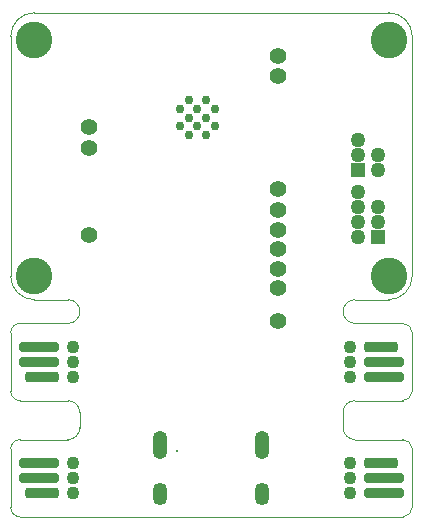
<source format=gbs>
G04*
G04 #@! TF.GenerationSoftware,Altium Limited,Altium Designer,21.6.1 (37)*
G04*
G04 Layer_Color=16711935*
%FSAX25Y25*%
%MOIN*%
G70*
G04*
G04 #@! TF.SameCoordinates,2A6196F6-AC41-4C62-9EE7-3AB2130DBF51*
G04*
G04*
G04 #@! TF.FilePolarity,Negative*
G04*
G01*
G75*
%ADD12C,0.00394*%
%ADD68C,0.12205*%
%ADD70C,0.00591*%
%ADD71C,0.04961*%
%ADD72R,0.04961X0.04961*%
G04:AMPARAMS|DCode=73|XSize=49.21mil|YSize=72.84mil|CornerRadius=22.44mil|HoleSize=0mil|Usage=FLASHONLY|Rotation=0.000|XOffset=0mil|YOffset=0mil|HoleType=Round|Shape=RoundedRectangle|*
%AMROUNDEDRECTD73*
21,1,0.04921,0.02795,0,0,0.0*
21,1,0.00433,0.07284,0,0,0.0*
1,1,0.04488,0.00217,-0.01398*
1,1,0.04488,-0.00217,-0.01398*
1,1,0.04488,-0.00217,0.01398*
1,1,0.04488,0.00217,0.01398*
%
%ADD73ROUNDEDRECTD73*%
G04:AMPARAMS|DCode=74|XSize=49.21mil|YSize=92.52mil|CornerRadius=22.44mil|HoleSize=0mil|Usage=FLASHONLY|Rotation=0.000|XOffset=0mil|YOffset=0mil|HoleType=Round|Shape=RoundedRectangle|*
%AMROUNDEDRECTD74*
21,1,0.04921,0.04764,0,0,0.0*
21,1,0.00433,0.09252,0,0,0.0*
1,1,0.04488,0.00217,-0.02382*
1,1,0.04488,-0.00217,-0.02382*
1,1,0.04488,-0.00217,0.02382*
1,1,0.04488,0.00217,0.02382*
%
%ADD74ROUNDEDRECTD74*%
G04:AMPARAMS|DCode=75|XSize=5.91mil|YSize=5.91mil|CornerRadius=0mil|HoleSize=0mil|Usage=FLASHONLY|Rotation=0.000|XOffset=0mil|YOffset=0mil|HoleType=Round|Shape=RoundedRectangle|*
%AMROUNDEDRECTD75*
21,1,0.00591,0.00591,0,0,0.0*
21,1,0.00591,0.00591,0,0,0.0*
1,1,0.00000,0.00295,-0.00295*
1,1,0.00000,-0.00295,-0.00295*
1,1,0.00000,-0.00295,0.00295*
1,1,0.00000,0.00295,0.00295*
%
%ADD75ROUNDEDRECTD75*%
%ADD76C,0.02953*%
G04:AMPARAMS|DCode=95|XSize=35.43mil|YSize=135.83mil|CornerRadius=13.82mil|HoleSize=0mil|Usage=FLASHONLY|Rotation=270.000|XOffset=0mil|YOffset=0mil|HoleType=Round|Shape=RoundedRectangle|*
%AMROUNDEDRECTD95*
21,1,0.03543,0.10819,0,0,270.0*
21,1,0.00780,0.13583,0,0,270.0*
1,1,0.02764,-0.05409,-0.00390*
1,1,0.02764,-0.05409,0.00390*
1,1,0.02764,0.05409,0.00390*
1,1,0.02764,0.05409,-0.00390*
%
%ADD95ROUNDEDRECTD95*%
G04:AMPARAMS|DCode=96|XSize=35.43mil|YSize=116.14mil|CornerRadius=13.82mil|HoleSize=0mil|Usage=FLASHONLY|Rotation=270.000|XOffset=0mil|YOffset=0mil|HoleType=Round|Shape=RoundedRectangle|*
%AMROUNDEDRECTD96*
21,1,0.03543,0.08850,0,0,270.0*
21,1,0.00780,0.11614,0,0,270.0*
1,1,0.02764,-0.04425,-0.00390*
1,1,0.02764,-0.04425,0.00390*
1,1,0.02764,0.04425,0.00390*
1,1,0.02764,0.04425,-0.00390*
%
%ADD96ROUNDEDRECTD96*%
%ADD98C,0.04331*%
%ADD99C,0.05591*%
D12*
X-0066927Y0003150D02*
G03*
X-0063774Y0000000I0003145J-0000004D01*
G01*
Y0025748D02*
G03*
X-0066927Y0022598I-0000008J-0003145D01*
G01*
X-0047829Y0025748D02*
G03*
X-0043892Y0029689I-0000001J0003938D01*
G01*
Y0034803D02*
G03*
X-0047829Y0038740I-0003938J-0000001D01*
G01*
X-0066927Y0041890D02*
G03*
X-0063774Y0038740I0003145J-0000004D01*
G01*
Y0064488D02*
G03*
X-0066927Y0061339I-0000008J-0003145D01*
G01*
X-0047829Y0064488D02*
G03*
X-0047829Y0072366I-0000006J0003939D01*
G01*
X-0066919Y0080240D02*
G03*
X-0059045Y0072366I0007870J-0000004D01*
G01*
X-0059049Y0168038D02*
G03*
X-0066923Y0160164I0000003J-0007877D01*
G01*
X0059053Y0072366D02*
G03*
X0066927Y0080240I-0000010J0007884D01*
G01*
X0047837Y0072366D02*
G03*
X0047829Y0064488I-0000006J-0003939D01*
G01*
X0066927Y0061339D02*
G03*
X0063774Y0064488I-0003152J-0000002D01*
G01*
Y0038740D02*
G03*
X0066927Y0041890I0000001J0003152D01*
G01*
X0047829Y0038740D02*
G03*
X0043892Y0034803I0000001J-0003938D01*
G01*
Y0029689D02*
G03*
X0047829Y0025748I0003938J-0000002D01*
G01*
X0066927Y0022598D02*
G03*
X0063774Y0025748I-0003152J-0000002D01*
G01*
Y0000000D02*
G03*
X0066927Y0003150I0000001J0003152D01*
G01*
Y0160164D02*
G03*
X0059053Y0168038I-0007877J-0000003D01*
G01*
X-0063774Y0000000D02*
X0063774D01*
X-0066927Y0003150D02*
Y0022598D01*
X-0063774Y0025748D02*
X-0047829D01*
X-0043892Y0029689D02*
Y0034803D01*
X-0063774Y0038740D02*
X-0047829D01*
X-0066927Y0041890D02*
Y0061339D01*
X-0063774Y0064488D02*
X-0047829D01*
X-0059045Y0072366D02*
X-0047829D01*
X-0066920Y0086817D02*
X-0066919Y0080240D01*
X-0066920Y0086817D02*
X-0066920D01*
X-0066923Y0160161D02*
X-0066920Y0086817D01*
X-0059049Y0168035D02*
X0059053D01*
X0047837Y0072366D02*
X0059053D01*
X0047829Y0064488D02*
X0063774D01*
X0066927Y0041890D02*
Y0061339D01*
X0047829Y0038740D02*
X0063774D01*
X0043892Y0029689D02*
Y0034803D01*
X0047829Y0025748D02*
X0063774D01*
X0066927Y0003150D02*
Y0022598D01*
Y0080240D02*
Y0160161D01*
D68*
X-0059055Y0159004D02*
D03*
X0059055Y0080264D02*
D03*
Y0159004D02*
D03*
X-0059055Y0080264D02*
D03*
D70*
X0054331Y0022776D02*
D03*
Y0002933D02*
D03*
X-0054331Y0041717D02*
D03*
Y0061559D02*
D03*
X0054331D02*
D03*
Y0041717D02*
D03*
X-0054331Y0002933D02*
D03*
Y0022776D02*
D03*
X0011378Y0021870D02*
D03*
D71*
X0048913Y0108209D02*
D03*
Y0103209D02*
D03*
X0048912Y0093209D02*
D03*
X0055512Y0103209D02*
D03*
Y0098209D02*
D03*
X0048912D02*
D03*
X0055610Y0120748D02*
D03*
X0049010D02*
D03*
Y0125748D02*
D03*
X0055610Y0115748D02*
D03*
D72*
X0055512Y0093209D02*
D03*
X0049010Y0115748D02*
D03*
D73*
X-0017008Y0007500D02*
D03*
X0017008D02*
D03*
D74*
X-0017008Y0023957D02*
D03*
X0017008D02*
D03*
D75*
X-0011378Y0021870D02*
D03*
D76*
X-0001732Y0127165D02*
D03*
X-0007638D02*
D03*
X-0001732Y0133071D02*
D03*
X-0007638D02*
D03*
X-0001732Y0138976D02*
D03*
X-0007638D02*
D03*
X0001221Y0130118D02*
D03*
X-0004685D02*
D03*
X-0010591D02*
D03*
X0001221Y0136024D02*
D03*
X-0010591D02*
D03*
X-0004685D02*
D03*
D95*
X0057382Y0012855D02*
D03*
Y0007854D02*
D03*
X-0057382Y0051638D02*
D03*
Y0056638D02*
D03*
X0057382Y0051638D02*
D03*
Y0046638D02*
D03*
X-0057382Y0012855D02*
D03*
Y0017854D02*
D03*
D96*
X0056398D02*
D03*
X-0056398Y0046638D02*
D03*
X0056398Y0056638D02*
D03*
X-0056398Y0007854D02*
D03*
D98*
X0046063D02*
D03*
Y0012855D02*
D03*
Y0017854D02*
D03*
X-0046063Y0056638D02*
D03*
Y0051638D02*
D03*
Y0046638D02*
D03*
X0046063D02*
D03*
Y0051638D02*
D03*
Y0056638D02*
D03*
X-0046063Y0017854D02*
D03*
Y0012855D02*
D03*
Y0007854D02*
D03*
D99*
X-0040872Y0093898D02*
D03*
X-0040841Y0123066D02*
D03*
Y0129948D02*
D03*
X0022348Y0089232D02*
D03*
Y0065118D02*
D03*
Y0082743D02*
D03*
Y0076142D02*
D03*
Y0153504D02*
D03*
Y0146910D02*
D03*
Y0109213D02*
D03*
Y0102323D02*
D03*
Y0095728D02*
D03*
M02*

</source>
